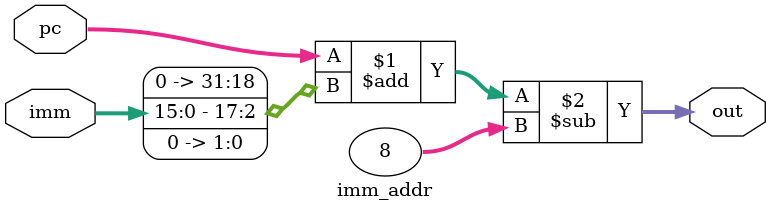
<source format=v>
`timescale 1ns / 1ps

module imm_addr(imm,pc,out
    );
	input wire [15:0]imm;
	input wire [31:0]pc;
	output wire [31:0] out;
	assign out=pc[31:0]+{14'b0,imm[15:0],2'b0}-8;

endmodule

</source>
